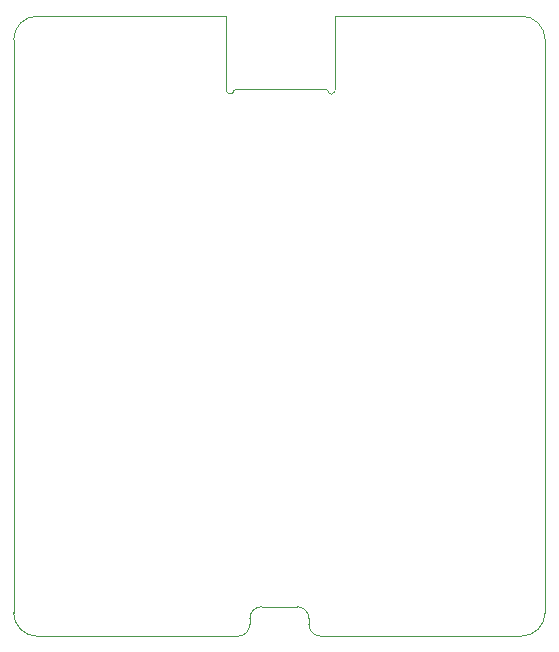
<source format=gbr>
G04 #@! TF.GenerationSoftware,KiCad,Pcbnew,7.0.10-7.0.10~ubuntu22.04.1*
G04 #@! TF.CreationDate,2024-01-11T21:49:50-05:00*
G04 #@! TF.ProjectId,caravel-breakout-fpga-ICE40UP5K-TT3,63617261-7665-46c2-9d62-7265616b6f75,1.2*
G04 #@! TF.SameCoordinates,PX2dc6c00PY42c1d80*
G04 #@! TF.FileFunction,Profile,NP*
%FSLAX46Y46*%
G04 Gerber Fmt 4.6, Leading zero omitted, Abs format (unit mm)*
G04 Created by KiCad (PCBNEW 7.0.10-7.0.10~ubuntu22.04.1) date 2024-01-11 21:49:50*
%MOMM*%
%LPD*%
G01*
G04 APERTURE LIST*
G04 #@! TA.AperFunction,Profile*
%ADD10C,0.050000*%
G04 #@! TD*
G04 #@! TA.AperFunction,Profile*
%ADD11C,0.080000*%
G04 #@! TD*
G04 APERTURE END LIST*
D10*
X25000000Y1000000D02*
G75*
G03*
X26000000Y0I1000000J0D01*
G01*
X25000000Y1000000D02*
X25000000Y1500000D01*
X18000000Y52500000D02*
X2000000Y52500000D01*
X2000000Y52500000D02*
G75*
G03*
X0Y50500000I0J-2000000D01*
G01*
X43000000Y0D02*
G75*
G03*
X45000000Y2000000I0J2000000D01*
G01*
X20000000Y1500000D02*
X20000000Y1000000D01*
X19000000Y0D02*
G75*
G03*
X20000000Y1000000I0J1000000D01*
G01*
X24000000Y2500000D02*
X21000000Y2500000D01*
X45000000Y50500000D02*
G75*
G03*
X43000000Y52500000I-2000000J0D01*
G01*
X25000000Y1500000D02*
G75*
G03*
X24000000Y2500000I-1000000J0D01*
G01*
X0Y2000000D02*
G75*
G03*
X2000000Y0I2000000J0D01*
G01*
X45000000Y2000000D02*
X45000000Y50500000D01*
X27240000Y52500000D02*
X43000000Y52500000D01*
X2000000Y0D02*
X19000000Y0D01*
X0Y2000000D02*
X0Y50500000D01*
X21000000Y2500000D02*
G75*
G03*
X20000000Y1500000I0J-1000000D01*
G01*
X43000000Y0D02*
X26000000Y0D01*
D11*
X27240000Y52500000D02*
X27240000Y46300000D01*
X26440000Y46300000D02*
X18800000Y46300000D01*
X18000000Y46300000D02*
X18000000Y52500000D01*
X26915000Y45900001D02*
G75*
G03*
X27239999Y46300000I-37502J362500D01*
G01*
X26590001Y46180000D02*
G75*
G03*
X26915000Y45900001I302498J22499D01*
G01*
X26589999Y46180000D02*
G75*
G03*
X26440001Y46299998I-134999J-15001D01*
G01*
X18800000Y46299998D02*
G75*
G03*
X18650002Y46179999I-15000J-134998D01*
G01*
X18325000Y45900003D02*
G75*
G03*
X18649997Y46179999I22500J302497D01*
G01*
X18000000Y46300000D02*
G75*
G03*
X18325000Y45900000I362500J-37500D01*
G01*
M02*

</source>
